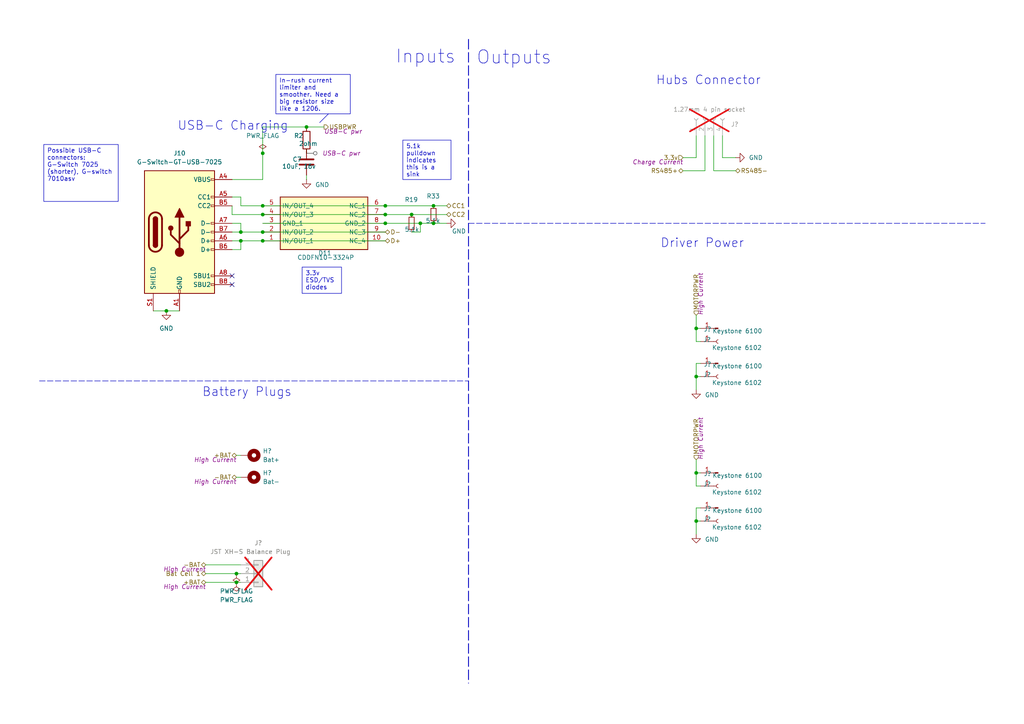
<source format=kicad_sch>
(kicad_sch (version 20250114) (generator "eeschema") (generator_version "9.0")
  (paper "A4")
  (title_block (title "CACKLE 2s 40A PSU & Charger") (date "2025-11-17") (rev "V1.1") (company "Author: Asher Edwards") (comment 1 "Licensed under CERN-OHL-S"))
  (lib_symbols
    (symbol "CDDFN10-3324P:CDDFN10-3324P"
      (property "Reference" "D" (at 31.75 7.62 0))
      (property "Value" "CDDFN10-3324P" (at 31.75 5.08 0))
      (symbol "CDDFN10-3324P_1_1"
        (rectangle (start 5.08 2.54) (end 30.48 -12.7) (stroke (width 0.254)) (fill (type background)))
        (pin passive line (at 0 0 0) (length 5.08) (name "IN/OUT_1") (number "1"))
        (pin passive line (at 0 -2.54 0) (length 5.08) (name "IN/OUT_2") (number "2"))
        (pin passive line (at 0 -5.08 0) (length 5.08) (name "GND_1") (number "3"))
        (pin passive line (at 0 -7.62 0) (length 5.08) (name "IN/OUT_3") (number "4"))
        (pin passive line (at 0 -10.16 0) (length 5.08) (name "IN/OUT_4") (number "5"))
        (pin passive line (at 35.56 0 180) (length 5.08) (name "NC_4") (number "10"))
        (pin passive line (at 35.56 -2.54 180) (length 5.08) (name "NC_3") (number "9"))
        (pin passive line (at 35.56 -5.08 180) (length 5.08) (name "GND_2") (number "8"))
        (pin passive line (at 35.56 -7.62 180) (length 5.08) (name "NC_2") (number "7"))
        (pin passive line (at 35.56 -10.16 180) (length 5.08) (name "NC_1") (number "6"))
      )
    )
    (symbol "Connector:Conn_01x01_Pin" (pin_names (offset 1.016) (hide yes))
      (property "Reference" "J" (at 0 2.54 0))
      (property "Value" "Conn_01x01_Pin" (at 0 -2.54 0))
      (symbol "Conn_01x01_Pin_1_1"
        (rectangle (start 0.8636 0.127) (end 0 -0.127) (stroke (width 0.1524)) (fill (type outline)))
        (polyline (pts (xy 1.27 0) (xy 0.8636 0)) (stroke (width 0.1524)))
        (pin passive line (at 5.08 0 180) (length 3.81) (name "Pin_1") (number "1"))
      )
    )
    (symbol "Connector:Conn_01x01_Socket" (pin_names (offset 1.016) (hide yes))
      (property "Reference" "J" (at 0 2.54 0))
      (property "Value" "Conn_01x01_Socket" (at 0 -2.54 0))
      (symbol "Conn_01x01_Socket_1_1"
        (polyline (pts (xy -1.27 0) (xy -0.508 0)) (stroke (width 0.1524)))
        (arc (start 0 -0.508) (mid -0.5058 0) (end 0 0.508) (stroke (width 0.1524)))
        (pin passive line (at -5.08 0 0) (length 3.81) (name "Pin_1") (number "1"))
      )
    )
    (symbol "Connector:Conn_01x04_Socket" (pin_names (offset 1.016) (hide yes))
      (property "Reference" "J" (at 0 5.08 0))
      (property "Value" "Conn_01x04_Socket" (at 0 -7.62 0))
      (symbol "Conn_01x04_Socket_1_1"
        (polyline (pts (xy -1.27 2.54) (xy -0.508 2.54)) (stroke (width 0.1524)))
        (polyline (pts (xy -1.27 0) (xy -0.508 0)) (stroke (width 0.1524)))
        (polyline (pts (xy -1.27 -2.54) (xy -0.508 -2.54)) (stroke (width 0.1524)))
        (polyline (pts (xy -1.27 -5.08) (xy -0.508 -5.08)) (stroke (width 0.1524)))
        (arc (start 0 2.032) (mid -0.5058 2.54) (end 0 3.048) (stroke (width 0.1524)))
        (arc (start 0 -0.508) (mid -0.5058 0) (end 0 0.508) (stroke (width 0.1524)))
        (arc (start 0 -3.048) (mid -0.5058 -2.54) (end 0 -2.032) (stroke (width 0.1524)))
        (arc (start 0 -5.588) (mid -0.5058 -5.08) (end 0 -4.572) (stroke (width 0.1524)))
        (pin passive line (at -5.08 2.54 0) (length 3.81) (name "Pin_1") (number "1"))
        (pin passive line (at -5.08 0 0) (length 3.81) (name "Pin_2") (number "2"))
        (pin passive line (at -5.08 -2.54 0) (length 3.81) (name "Pin_3") (number "3"))
        (pin passive line (at -5.08 -5.08 0) (length 3.81) (name "Pin_4") (number "4"))
      )
    )
    (symbol "Connector:USB_C_Receptacle_USB2.0_16P" (pin_names (offset 1.016))
      (property "Reference" "J10" (at 0 22.86 0))
      (property "Value" "USB_C_Receptacle_USB2.0_16P" (at 0 20.32 0))
      (symbol "USB_C_Receptacle_USB2.0_16P_0_0"
        (rectangle (start -0.254 -17.78) (end 0.254 -16.764))
        (rectangle (start 10.16 15.494) (end 9.144 14.986))
        (rectangle (start 10.16 10.414) (end 9.144 9.906))
        (rectangle (start 10.16 7.874) (end 9.144 7.366))
        (rectangle (start 10.16 2.794) (end 9.144 2.286))
        (rectangle (start 10.16 0.254) (end 9.144 -0.254))
        (rectangle (start 10.16 -2.286) (end 9.144 -2.794))
        (rectangle (start 10.16 -4.826) (end 9.144 -5.334))
        (rectangle (start 10.16 -12.446) (end 9.144 -12.954))
        (rectangle (start 10.16 -14.986) (end 9.144 -15.494))
      )
      (symbol "USB_C_Receptacle_USB2.0_16P_0_1"
        (rectangle (start -10.16 17.78) (end 10.16 -17.78) (stroke (width 0.254)) (fill (type background)))
        (polyline (pts (xy -8.89 -3.81) (xy -8.89 3.81)) (stroke (width 0.508)))
        (rectangle (start -7.62 -3.81) (end -6.35 3.81) (stroke (width 0.254)) (fill (type outline)))
        (arc (start -7.62 3.81) (mid -6.985 4.4423) (end -6.35 3.81) (stroke (width 0.254)))
        (arc (start -7.62 3.81) (mid -6.985 4.4423) (end -6.35 3.81) (stroke (width 0.254)) (fill (type outline)))
        (arc (start -8.89 3.81) (mid -6.985 5.7067) (end -5.08 3.81) (stroke (width 0.508)))
        (arc (start -5.08 -3.81) (mid -6.985 -5.7067) (end -8.89 -3.81) (stroke (width 0.508)))
        (arc (start -6.35 -3.81) (mid -6.985 -4.4423) (end -7.62 -3.81) (stroke (width 0.254)))
        (arc (start -6.35 -3.81) (mid -6.985 -4.4423) (end -7.62 -3.81) (stroke (width 0.254)) (fill (type outline)))
        (polyline (pts (xy -5.08 3.81) (xy -5.08 -3.81)) (stroke (width 0.508)))
        (circle (center -2.54 1.143) (radius 0.635) (stroke (width 0.254)) (fill (type outline)))
        (polyline (pts (xy -1.27 4.318) (xy 0 6.858) (xy 1.27 4.318) (xy -1.27 4.318)) (stroke (width 0.254)) (fill (type outline)))
        (polyline (pts (xy 0 -2.032) (xy 2.54 0.508) (xy 2.54 1.778)) (stroke (width 0.508)))
        (polyline (pts (xy 0 -3.302) (xy -2.54 -0.762) (xy -2.54 0.508)) (stroke (width 0.508)))
        (polyline (pts (xy 0 -5.842) (xy 0 4.318)) (stroke (width 0.508)))
        (circle (center 0 -5.842) (radius 1.27) (fill (type outline)))
        (rectangle (start 1.905 1.778) (end 3.175 3.048) (stroke (width 0.254)) (fill (type outline)))
      )
      (symbol "USB_C_Receptacle_USB2.0_16P_1_1"
        (pin passive line (at -7.62 -22.86 90) (length 5.08) (name "SHIELD") (number "S1"))
        (pin passive line (at 0 -22.86 90) (length 5.08) (name "GND") (number "A1"))
        (pin passive line (at 0 -22.86 90) (length 5.08) (hide yes) (name "GND") (number "A12"))
        (pin passive line (at 0 -22.86 90) (length 5.08) (hide yes) (name "GND") (number "B1"))
        (pin passive line (at 0 -22.86 90) (length 5.08) (hide yes) (name "GND") (number "B12"))
        (pin passive line (at 0 -22.86 90) (length 5.08) (hide yes) (name "GND") (number "GND"))
        (pin passive line (at 15.24 15.24 180) (length 5.08) (name "VBUS") (number "A4"))
        (pin passive line (at 15.24 15.24 180) (length 5.08) (hide yes) (name "VBUS") (number "A9"))
        (pin passive line (at 15.24 15.24 180) (length 5.08) (hide yes) (name "VBUS") (number "B4"))
        (pin passive line (at 15.24 15.24 180) (length 5.08) (hide yes) (name "VBUS") (number "B9"))
        (pin bidirectional line (at 15.24 10.16 180) (length 5.08) (name "CC1") (number "A5"))
        (pin bidirectional line (at 15.24 7.62 180) (length 5.08) (name "CC2") (number "B5"))
        (pin bidirectional line (at 15.24 2.54 180) (length 5.08) (name "D-") (number "A7"))
        (pin bidirectional line (at 15.24 0 180) (length 5.08) (name "D-") (number "B7"))
        (pin bidirectional line (at 15.24 -2.54 180) (length 5.08) (name "D+") (number "A6"))
        (pin bidirectional line (at 15.24 -5.08 180) (length 5.08) (name "D+") (number "B6"))
        (pin bidirectional line (at 15.24 -12.7 180) (length 5.08) (name "SBU1") (number "A8"))
        (pin bidirectional line (at 15.24 -15.24 180) (length 5.08) (name "SBU2") (number "B8"))
      )
    )
    (symbol "Connector_Generic:Conn_01x03" (pin_names (offset 1.016) (hide yes))
      (property "Reference" "J" (at 0 5.08 0))
      (property "Value" "Conn_01x03" (at 0 -5.08 0))
      (symbol "Conn_01x03_1_1"
        (rectangle (start -1.27 3.81) (end 1.27 -3.81) (stroke (width 0.254)) (fill (type background)))
        (rectangle (start -1.27 2.667) (end 0 2.413) (stroke (width 0.1524)))
        (rectangle (start -1.27 0.127) (end 0 -0.127) (stroke (width 0.1524)))
        (rectangle (start -1.27 -2.413) (end 0 -2.667) (stroke (width 0.1524)))
        (pin passive line (at -5.08 2.54 0) (length 3.81) (name "Pin_1") (number "1"))
        (pin passive line (at -5.08 0 0) (length 3.81) (name "Pin_2") (number "2"))
        (pin passive line (at -5.08 -2.54 0) (length 3.81) (name "Pin_3") (number "3"))
      )
    )
    (symbol "Device:C" (pin_numbers (hide yes)) (pin_names (offset 0.254))
      (property "Reference" "C" (at 0.635 2.54 0))
      (property "Value" "C" (at 0.635 -2.54 0))
      (symbol "C_0_1"
        (polyline (pts (xy -2.032 0.762) (xy 2.032 0.762)) (stroke (width 0.508)))
        (polyline (pts (xy -2.032 -0.762) (xy 2.032 -0.762)) (stroke (width 0.508)))
      )
      (symbol "C_1_1"
        (pin passive line (at 0 3.81 270) (length 2.794) (name "~") (number "1"))
        (pin passive line (at 0 -3.81 90) (length 2.794) (name "~") (number "2"))
      )
    )
    (symbol "Device:R" (pin_numbers (hide yes)) (pin_names (offset 0))
      (property "Reference" "R" (at 2.032 0 90))
      (property "Value" "R" (at 0 0 90))
      (symbol "R_0_1"
        (rectangle (start -1.016 -2.54) (end 1.016 2.54) (stroke (width 0.254)))
      )
      (symbol "R_1_1"
        (pin passive line (at 0 3.81 270) (length 1.27) (name "~") (number "1"))
        (pin passive line (at 0 -3.81 90) (length 1.27) (name "~") (number "2"))
      )
    )
    (symbol "Device:R_Small" (pin_numbers (hide yes)) (pin_names (offset 0.254) (hide yes))
      (property "Reference" "R" (at 0 0 90))
      (property "Value" "R_Small" (at 1.778 0 90))
      (symbol "R_Small_0_1"
        (rectangle (start -0.762 1.778) (end 0.762 -1.778) (stroke (width 0.2032)))
      )
      (symbol "R_Small_1_1"
        (pin passive line (at 0 2.54 270) (length 0.762) (name "~") (number "1"))
        (pin passive line (at 0 -2.54 90) (length 0.762) (name "~") (number "2"))
      )
    )
    (symbol "Mechanical:MountingHole_Pad" (pin_numbers (hide yes)) (pin_names (offset 1.016) (hide yes)) (exclude_from_sim yes) (in_bom no)
      (property "Reference" "H" (at 0 6.35 0))
      (property "Value" "MountingHole_Pad" (at 0 4.445 0))
      (symbol "MountingHole_Pad_0_1"
        (circle (center 0 1.27) (radius 1.27) (stroke (width 1.27)))
      )
      (symbol "MountingHole_Pad_1_1"
        (pin input line (at 0 -2.54 90) (length 2.54) (name "1") (number "1"))
      )
    )
    (symbol "power:GND" (power) (pin_numbers (hide yes)) (pin_names (offset 0) (hide yes))
      (property "Value" "GND" (at 0 -3.81 0))
      (symbol "GND_0_1"
        (polyline (pts (xy 0 0) (xy 0 -1.27) (xy 1.27 -1.27) (xy 0 -2.54) (xy -1.27 -1.27) (xy 0 -1.27)))
      )
      (symbol "GND_1_1"
        (pin power_in line (at 0 0 270) (length 0) (name "~") (number "1"))
      )
    )
    (symbol "power:PWR_FLAG" (power) (pin_numbers (hide yes)) (pin_names (offset 0) (hide yes))
      (property "Value" "PWR_FLAG" (at 0 3.81 0))
      (symbol "PWR_FLAG_0_0"
        (pin power_out line (at 0 0 90) (length 0) (name "~") (number "1"))
      )
      (symbol "PWR_FLAG_0_1"
        (polyline (pts (xy 0 0) (xy 0 1.27) (xy -1.016 1.905) (xy 0 2.54) (xy 1.016 1.905) (xy 0 1.27)))
      )
    )
  )
  (text "Outputs" (at 149.098 16.764 0) (effects (font (size 3.81 3.81))))
  (text "USB-C Charging" (at 67.564 36.576 0) (effects (font (size 2.54 2.54))))
  (text "Inputs" (at 123.444 16.51 0) (effects (font (size 3.81 3.81))))
  (text "Driver Power" (at 203.708 70.612 0) (effects (font (size 2.54 2.54))))
  (text "Hubs Connector" (at 205.486 23.368 0) (effects (font (size 2.54 2.54))))
  (text "Battery Plugs" (at 71.628 113.792 0) (effects (font (size 2.54 2.54))))
  (text_box "In-rush current limiter and smoother. Need a big resistor size like a 1206." (at 80.01 21.59 0) (size 21.59 11.43) (margins 0.9525 0.9525 0.9525 0.9525) (effects (font (size 1.27 1.27)) (justify left top)))
  (text_box "5.1k pulldown indicates this is a sink" (at 116.84 40.64 0) (size 13.97 11.43) (margins 0.9525 0.9525 0.9525 0.9525) (effects (font (size 1.27 1.27)) (justify left top)))
  (text_box "Possible USB-C connectors: G-Switch 7025 (shorter), G-switch 7010asv" (at 12.7 41.91 0) (size 21.59 16.51) (margins 0.9525 0.9525 0.9525 0.9525) (effects (font (size 1.27 1.27)) (justify left top)))
  (text_box "3.3v ESD/TVS diodes" (at 87.63 77.47 0) (size 11.43 7.62) (margins 0.9525 0.9525 0.9525 0.9525) (effects (font (size 1.27 1.27)) (justify left top)))
  (junction (at 76.2 69.85))
  (junction (at 68.58 168.91))
  (junction (at 121.92 64.77))
  (junction (at 201.93 137.16))
  (junction (at 76.2 67.31))
  (junction (at 201.93 109.22))
  (junction (at 76.2 59.69))
  (junction (at 119.38 62.23))
  (junction (at 76.2 44.45))
  (junction (at 111.76 59.69))
  (junction (at 68.58 166.37))
  (junction (at 69.85 69.85))
  (junction (at 111.76 64.77))
  (junction (at 69.85 67.31))
  (junction (at 111.76 62.23))
  (junction (at 201.93 95.25))
  (junction (at 48.26 90.17))
  (junction (at 125.73 64.77))
  (junction (at 201.93 151.13))
  (junction (at 125.73 59.69))
  (junction (at 76.2 62.23))
  (junction (at 88.9 36.83))
  (no_connect (at 67.31 82.55))
  (no_connect (at 67.31 80.01))
  (wire (pts (xy 69.85 72.39) (xy 69.85 69.85)))
  (wire (pts (xy 76.2 64.77) (xy 111.76 64.77)))
  (polyline (pts (xy 11.43 110.49) (xy 135.89 110.49)) (stroke (width 0) (type dash)))
  (wire (pts (xy 88.9 44.45) (xy 88.9 43.18)))
  (wire (pts (xy 76.2 62.23) (xy 111.76 62.23)))
  (wire (pts (xy 121.92 64.77) (xy 121.92 67.31)))
  (wire (pts (xy 201.93 91.44) (xy 201.93 95.25)))
  (wire (pts (xy 129.54 64.77) (xy 125.73 64.77)))
  (wire (pts (xy 67.31 64.77) (xy 69.85 64.77)))
  (wire (pts (xy 69.85 67.31) (xy 67.31 67.31)))
  (wire (pts (xy 201.93 95.25) (xy 201.93 99.06)))
  (wire (pts (xy 68.58 168.91) (xy 69.85 168.91)))
  (wire (pts (xy 76.2 36.83) (xy 88.9 36.83)))
  (wire (pts (xy 67.31 62.23) (xy 76.2 62.23)))
  (wire (pts (xy 207.01 39.37) (xy 207.01 49.53)))
  (wire (pts (xy 201.93 95.25) (xy 203.2 95.25)))
  (wire (pts (xy 67.31 59.69) (xy 67.31 62.23)))
  (wire (pts (xy 69.85 64.77) (xy 69.85 67.31)))
  (polyline (pts (xy 92.71 35.56) (xy 95.25 33.02)))
  (wire (pts (xy 69.85 69.85) (xy 76.2 69.85)))
  (wire (pts (xy 201.93 147.32) (xy 201.93 151.13)))
  (wire (pts (xy 111.76 59.69) (xy 125.73 59.69)))
  (wire (pts (xy 201.93 109.22) (xy 203.2 109.22)))
  (wire (pts (xy 119.38 62.23) (xy 129.54 62.23)))
  (wire (pts (xy 88.9 36.83) (xy 93.98 36.83)))
  (wire (pts (xy 76.2 36.83) (xy 76.2 44.45)))
  (wire (pts (xy 68.58 166.37) (xy 69.85 166.37)))
  (wire (pts (xy 198.12 45.72) (xy 201.93 45.72)))
  (wire (pts (xy 209.55 39.37) (xy 209.55 45.72)))
  (wire (pts (xy 76.2 69.85) (xy 111.76 69.85)))
  (wire (pts (xy 201.93 99.06) (xy 203.2 99.06)))
  (wire (pts (xy 69.85 69.85) (xy 67.31 69.85)))
  (wire (pts (xy 121.92 64.77) (xy 125.73 64.77)))
  (polyline (pts (xy 135.89 64.77) (xy 285.75 64.77)) (stroke (width 0) (type dash)))
  (wire (pts (xy 76.2 67.31) (xy 111.76 67.31)))
  (wire (pts (xy 69.85 67.31) (xy 76.2 67.31)))
  (wire (pts (xy 76.2 59.69) (xy 111.76 59.69)))
  (wire (pts (xy 59.69 163.83) (xy 69.85 163.83)))
  (wire (pts (xy 203.2 105.41) (xy 201.93 105.41)))
  (wire (pts (xy 68.58 138.43) (xy 69.85 138.43)))
  (wire (pts (xy 44.45 90.17) (xy 48.26 90.17)))
  (wire (pts (xy 88.9 50.8) (xy 88.9 52.07)))
  (wire (pts (xy 201.93 151.13) (xy 203.2 151.13)))
  (wire (pts (xy 48.26 90.17) (xy 52.07 90.17)))
  (wire (pts (xy 201.93 109.22) (xy 201.93 113.03)))
  (wire (pts (xy 203.2 147.32) (xy 201.93 147.32)))
  (wire (pts (xy 201.93 105.41) (xy 201.93 109.22)))
  (wire (pts (xy 59.69 168.91) (xy 68.58 168.91)))
  (wire (pts (xy 207.01 49.53) (xy 213.36 49.53)))
  (wire (pts (xy 201.93 137.16) (xy 201.93 140.97)))
  (wire (pts (xy 111.76 64.77) (xy 121.92 64.77)))
  (wire (pts (xy 201.93 133.35) (xy 201.93 137.16)))
  (wire (pts (xy 201.93 39.37) (xy 201.93 45.72)))
  (polyline (pts (xy 135.89 11.43) (xy 135.89 198.12)) (stroke (width 0.254) (type dash)))
  (wire (pts (xy 111.76 62.23) (xy 119.38 62.23)))
  (wire (pts (xy 68.58 132.08) (xy 69.85 132.08)))
  (wire (pts (xy 201.93 140.97) (xy 203.2 140.97)))
  (wire (pts (xy 201.93 137.16) (xy 203.2 137.16)))
  (wire (pts (xy 121.92 67.31) (xy 119.38 67.31)))
  (wire (pts (xy 67.31 72.39) (xy 69.85 72.39)))
  (wire (pts (xy 67.31 57.15) (xy 69.85 57.15)))
  (wire (pts (xy 125.73 59.69) (xy 129.54 59.69)))
  (wire (pts (xy 204.47 39.37) (xy 204.47 49.53)))
  (wire (pts (xy 201.93 151.13) (xy 201.93 154.94)))
  (wire (pts (xy 69.85 59.69) (xy 76.2 59.69)))
  (wire (pts (xy 69.85 57.15) (xy 69.85 59.69)))
  (wire (pts (xy 59.69 166.37) (xy 68.58 166.37)))
  (wire (pts (xy 198.12 49.53) (xy 204.47 49.53)))
  (wire (pts (xy 76.2 44.45) (xy 76.2 52.07)))
  (wire (pts (xy 76.2 52.07) (xy 67.31 52.07)))
  (wire (pts (xy 209.55 45.72) (xy 213.36 45.72)))
  (hierarchical_label "RS485+" (shape bidirectional) (at 198.12 49.53 180))
  (hierarchical_label "MOTORPWR" (shape input) (at 201.93 91.44 90) (property "Netclass" "High Current" (at 203.2 91.44 90) (effects (font (italic yes)) (justify left))))
  (hierarchical_label "Bat Cell 1" (shape bidirectional) (at 59.69 166.37 180) (property "Netclass" "Logic Pwr" (effects (hide yes))))
  (hierarchical_label "CC1" (shape bidirectional) (at 129.54 59.69 0))
  (hierarchical_label "+BAT" (shape bidirectional) (at 59.69 168.91 180) (property "Netclass" "High Current" (at 59.69 170.18 0) (effects (font (italic yes)) (justify right))))
  (hierarchical_label "-BAT" (shape bidirectional) (at 68.58 138.43 180) (property "Netclass" "High Current" (at 68.58 139.7 0) (effects (font (italic yes)) (justify right))))
  (hierarchical_label "MOTORPWR" (shape input) (at 201.93 133.35 90) (property "Netclass" "High Current" (at 203.2 133.35 90) (effects (font (italic yes)) (justify left))))
  (hierarchical_label "+BAT" (shape bidirectional) (at 68.58 132.08 180) (property "Netclass" "High Current" (at 68.58 133.35 0) (effects (font (italic yes)) (justify right))))
  (hierarchical_label "CC2" (shape bidirectional) (at 129.54 62.23 0))
  (hierarchical_label "D-" (shape bidirectional) (at 111.76 67.31 0))
  (hierarchical_label "-BAT" (shape bidirectional) (at 59.69 163.83 180) (property "Netclass" "High Current" (at 59.69 165.1 0) (effects (font (italic yes)) (justify right))))
  (hierarchical_label "3.3v" (shape input) (at 198.12 45.72 180) (property "Netclass" "Charge Current" (at 198.12 46.99 0) (effects (font (italic yes)) (justify right))))
  (hierarchical_label "D+" (shape bidirectional) (at 111.76 69.85 0))
  (hierarchical_label "USBPWR" (shape output) (at 93.98 36.83 0) (property "Netclass" "USB-C pwr" (at 93.98 38.1 0) (effects (font (italic yes)) (justify left))))
  (hierarchical_label "RS485-" (shape bidirectional) (at 213.36 49.53 0))
  (netclass_flag "" (length 2.54) (shape round) (at 88.9 44.45 270) (property "Netclass" "USB-C pwr" (at 93.472 44.45 0) (effects (font (italic yes)) (justify left))))
  (symbol (lib_id "Connector:Conn_01x01_Socket") (at 208.28 140.97 0) (unit 1)
    (property "Reference" "J?" (at 203.962 140.462 0) (effects (justify left)))
    (property "Value" "Keystone 6102" (at 206.502 142.748 0) (effects (justify left)))
    (property "Footprint" "custom_Connector:Keystone_6102" (effects (hide yes)))
    (property "Description" "Generic connector, single row, 01x01, script generated" (effects (hide yes)))
  )
  (symbol (lib_id "power:GND") (at 88.9 52.07 0) (unit 1)
    (property "Reference" "#PWR03" (effects (hide yes)))
    (property "Value" "GND" (at 95.504 53.594 0) (effects (justify right)))
    (property "Description" "Power symbol creates a global label with name \"GND\" , ground" (effects (hide yes)))
  )
  (symbol (lib_id "power:PWR_FLAG") (at 68.58 166.37 180) (unit 1)
    (property "Reference" "#FLG?" (effects (hide yes)))
    (property "Value" "PWR_FLAG" (at 68.58 171.45 0))
    (property "Description" "Special symbol for telling ERC where power comes from" (effects (hide yes)))
  )
  (symbol (lib_id "power:GND") (at 129.54 64.77 90) (unit 1)
    (property "Reference" "#PWR013" (effects (hide yes)))
    (property "Value" "GND" (at 131.064 67.056 90) (effects (justify right)))
    (property "Description" "Power symbol creates a global label with name \"GND\" , ground" (effects (hide yes)))
  )
  (symbol (lib_id "power:PWR_FLAG") (at 76.2 44.45 0) (unit 1)
    (property "Reference" "#FLG?" (effects (hide yes)))
    (property "Value" "PWR_FLAG" (at 76.2 39.37 0))
    (property "Description" "Special symbol for telling ERC where power comes from" (effects (hide yes)))
  )
  (symbol (lib_id "Mechanical:MountingHole_Pad") (at 72.39 138.43 270) (unit 1) (exclude_from_sim yes) (in_bom no)
    (property "Reference" "H?" (at 76.2 137.1599 90) (effects (justify left)))
    (property "Value" "Bat-" (at 76.2 139.6999 90) (effects (justify left)))
    (property "Footprint" "MountingHole:MountingHole_2.2mm_M2_Pad_Via" (effects (hide yes)))
    (property "Description" "Mounting Hole with connection" (effects (hide yes)))
  )
  (symbol (lib_id "Device:R") (at 88.9 40.64 180) (unit 1)
    (property "Reference" "R2" (at 86.614 39.37 0))
    (property "Value" "2ohm" (at 89.408 41.656 0))
    (property "Footprint" "Resistor_SMD:R_0805_2012Metric" (effects (hide yes)))
    (property "Description" "Resistor" (effects (hide yes)))
    (property "LCSC" "C17521" (effects (hide yes)))
  )
  (symbol (lib_id "Connector:Conn_01x01_Pin") (at 208.28 105.41 180) (unit 1)
    (property "Reference" "J?" (at 205.232 105.664 0))
    (property "Value" "Keystone 6100" (at 213.868 106.172 0))
    (property "Footprint" "custom_Connector:Keystone_6100" (effects (hide yes)))
    (property "Description" "Generic connector, single row, 01x01, script generated" (effects (hide yes)))
  )
  (symbol (lib_id "Connector:Conn_01x01_Pin") (at 208.28 95.25 180) (unit 1)
    (property "Reference" "J?" (at 205.232 95.504 0))
    (property "Value" "Keystone 6100" (at 213.868 96.012 0))
    (property "Footprint" "custom_Connector:Keystone_6100" (effects (hide yes)))
    (property "Description" "Generic connector, single row, 01x01, script generated" (effects (hide yes)))
  )
  (symbol (lib_id "power:GND") (at 213.36 45.72 90) (unit 1)
    (property "Reference" "#PWR?" (effects (hide yes)))
    (property "Value" "GND" (at 217.17 45.7199 90) (effects (justify right)))
    (property "Description" "Power symbol creates a global label with name \"GND\" , ground" (effects (hide yes)))
  )
  (symbol (lib_id "Device:C") (at 88.9 46.99 0) (unit 1)
    (property "Reference" "C7" (at 84.836 46.228 0) (effects (justify left)))
    (property "Value" "10uF, 16v" (at 81.788 48.26 0) (effects (justify left)))
    (property "Footprint" "Capacitor_SMD:C_0805_2012Metric" (effects (hide yes)))
    (property "Description" "Unpolarized capacitor" (effects (hide yes)))
    (property "LCSC" "C15850" (effects (hide yes)))
  )
  (symbol (lib_id "Connector:Conn_01x01_Pin") (at 208.28 137.16 180) (unit 1)
    (property "Reference" "J?" (at 205.232 137.414 0))
    (property "Value" "Keystone 6100" (at 213.868 137.922 0))
    (property "Footprint" "custom_Connector:Keystone_6100" (effects (hide yes)))
    (property "Description" "Generic connector, single row, 01x01, script generated" (effects (hide yes)))
  )
  (symbol (lib_id "Mechanical:MountingHole_Pad") (at 72.39 132.08 270) (unit 1) (exclude_from_sim yes) (in_bom no)
    (property "Reference" "H?" (at 76.2 130.8099 90) (effects (justify left)))
    (property "Value" "Bat+" (at 76.2 133.3499 90) (effects (justify left)))
    (property "Footprint" "MountingHole:MountingHole_2.2mm_M2_Pad_Via" (effects (hide yes)))
    (property "Description" "Mounting Hole with connection" (effects (hide yes)))
  )
  (symbol (lib_id "Connector:Conn_01x01_Socket") (at 208.28 151.13 0) (unit 1)
    (property "Reference" "J?" (at 203.962 150.622 0) (effects (justify left)))
    (property "Value" "Keystone 6102" (at 206.502 152.908 0) (effects (justify left)))
    (property "Footprint" "custom_Connector:Keystone_6102" (effects (hide yes)))
    (property "Description" "Generic connector, single row, 01x01, script generated" (effects (hide yes)))
  )
  (symbol (lib_id "power:GND") (at 201.93 113.03 0) (unit 1)
    (property "Reference" "#PWR08" (effects (hide yes)))
    (property "Value" "GND" (at 208.534 114.554 0) (effects (justify right)))
    (property "Description" "Power symbol creates a global label with name \"GND\" , ground" (effects (hide yes)))
  )
  (symbol (lib_id "Device:R_Small") (at 119.38 64.77 180) (unit 1)
    (property "Reference" "R19" (at 117.348 57.912 0) (effects (justify right)))
    (property "Value" "5.1k" (at 117.348 66.548 0) (effects (justify right)))
    (property "Footprint" "Resistor_SMD:R_0402_1005Metric" (effects (hide yes)))
    (property "Description" "Resistor, small symbol" (effects (hide yes)))
    (property "LCSC" "C25905" (effects (hide yes)))
  )
  (symbol (lib_id "Connector:Conn_01x01_Socket") (at 208.28 99.06 0) (unit 1)
    (property "Reference" "J?" (at 203.962 98.552 0) (effects (justify left)))
    (property "Value" "Keystone 6102" (at 206.502 100.838 0) (effects (justify left)))
    (property "Footprint" "custom_Connector:Keystone_6102" (effects (hide yes)))
    (property "Description" "Generic connector, single row, 01x01, script generated" (effects (hide yes)))
  )
  (symbol (lib_id "Connector_Generic:Conn_01x03") (at 74.93 166.37 0) (mirror x) (unit 1) (dnp yes)
    (property "Reference" "J?" (at 74.93 157.48 0))
    (property "Value" "JST XH-S Balance Plug" (at 72.644 160.02 0))
    (property "Footprint" "Connector_JST:JST_XH_S3B-XH-A_1x03_P2.50mm_Horizontal" (effects (hide yes)))
    (property "Description" "Generic connector, single row, 01x03, script generated (kicad-library-utils/schlib/autogen/connector/)" (effects (hide yes)))
    (property "LCSC" "C161860" (effects (hide yes)))
  )
  (symbol (lib_id "CDDFN10-3324P:CDDFN10-3324P") (at 76.2 69.85 0) (mirror x) (unit 1)
    (property "Reference" "D11" (at 94.234 73.406 0))
    (property "Value" "CDDFN10-3324P" (at 94.488 74.676 0))
    (property "Footprint" "CDDFN10-3324P:CDDFN103324P" (effects (hide yes)))
    (property "Datasheet" "https://www.bourns.com/docs/Product-Datasheets/CDDFN10-3324P.pdf" (effects (hide yes)))
    (property "Description" "BOURNS - CDDFN10-3324P - DIODE, ESD PROTECTION, 3.3V, 0.45PF" (effects (hide yes)))
    (property "Mouser Part Number" "652-CDDFN10-3324P" (effects (hide yes)))
    (property "Mouser Price/Stock" "https://www.mouser.co.uk/ProductDetail/Bourns/CDDFN10-3324P?qs=3CaSHoNeR5u5NeuGJGyaBA%3D%3D" (effects (hide yes)))
    (property "Manufacturer_Name" "Bourns" (effects (hide yes)))
    (property "Manufacturer_Part_Number" "CDDFN10-3324P" (effects (hide yes)))
    (property "LCSC" "C913227" (effects (hide yes)))
    (property "Position Offset" "0,0.4" (effects (hide yes)))
  )
  (symbol (lib_id "Connector:USB_C_Receptacle_USB2.0_16P") (at 52.07 67.31 0) (unit 1)
    (property "Reference" "J10" (at 52.07 44.45 0))
    (property "Value" "G-Switch-GT-USB-7025" (at 52.07 46.99 0))
    (property "Footprint" "custom_Connector:USB_C_G-Switch_GT-USB-7025-JLCPCBv" (effects (hide yes)))
    (property "Datasheet" "https://www.usb.org/sites/default/files/documents/usb_type-c.zip" (effects (hide yes)))
    (property "Description" "USB 2.0-only 16P Type-C Receptacle connector" (effects (hide yes)))
    (property "LCSC" "C963213" (effects (hide yes)))
    (property "Position Offset" "0,1.55" (effects (hide yes)))
  )
  (symbol (lib_id "Device:R_Small") (at 125.73 62.23 180) (unit 1)
    (property "Reference" "R33" (at 123.698 56.896 0) (effects (justify right)))
    (property "Value" "5.1k" (at 123.444 64.008 0) (effects (justify right)))
    (property "Footprint" "Resistor_SMD:R_0402_1005Metric" (effects (hide yes)))
    (property "Description" "Resistor, small symbol" (effects (hide yes)))
    (property "LCSC" "C25905" (effects (hide yes)))
  )
  (symbol (lib_id "Connector:Conn_01x01_Socket") (at 208.28 109.22 0) (unit 1)
    (property "Reference" "J?" (at 203.962 108.712 0) (effects (justify left)))
    (property "Value" "Keystone 6102" (at 206.502 110.998 0) (effects (justify left)))
    (property "Footprint" "custom_Connector:Keystone_6102" (effects (hide yes)))
    (property "Description" "Generic connector, single row, 01x01, script generated" (effects (hide yes)))
  )
  (symbol (lib_id "Connector:Conn_01x01_Pin") (at 208.28 147.32 180) (unit 1)
    (property "Reference" "J?" (at 205.232 147.574 0))
    (property "Value" "Keystone 6100" (at 213.868 148.082 0))
    (property "Footprint" "custom_Connector:Keystone_6100" (effects (hide yes)))
    (property "Description" "Generic connector, single row, 01x01, script generated" (effects (hide yes)))
  )
  (symbol (lib_id "power:PWR_FLAG") (at 68.58 168.91 180) (unit 1)
    (property "Reference" "#FLG?" (effects (hide yes)))
    (property "Value" "PWR_FLAG" (at 68.58 173.99 0))
    (property "Description" "Special symbol for telling ERC where power comes from" (effects (hide yes)))
  )
  (symbol (lib_id "power:GND") (at 48.26 90.17 0) (unit 1)
    (property "Reference" "#PWR02" (effects (hide yes)))
    (property "Value" "GND" (at 48.26 95.25 0))
    (property "Description" "Power symbol creates a global label with name \"GND\" , ground" (effects (hide yes)))
  )
  (symbol (lib_id "Connector:Conn_01x04_Socket") (at 204.47 34.29 90) (unit 1) (dnp yes)
    (property "Reference" "J?" (at 213.106 36.068 90))
    (property "Value" "1.27mm 4 pin socket" (at 205.74 31.75 90))
    (property "Footprint" "Connector_PinSocket_1.27mm:PinSocket_1x04_P1.27mm_Vertical" (effects (hide yes)))
    (property "Description" "Generic connector, single row, 01x04, script generated" (effects (hide yes)))
  )
  (symbol (lib_id "power:GND") (at 201.93 154.94 0) (unit 1)
    (property "Reference" "#PWR015" (effects (hide yes)))
    (property "Value" "GND" (at 208.534 156.464 0) (effects (justify right)))
    (property "Description" "Power symbol creates a global label with name \"GND\" , ground" (effects (hide yes)))
  )
)
</source>
